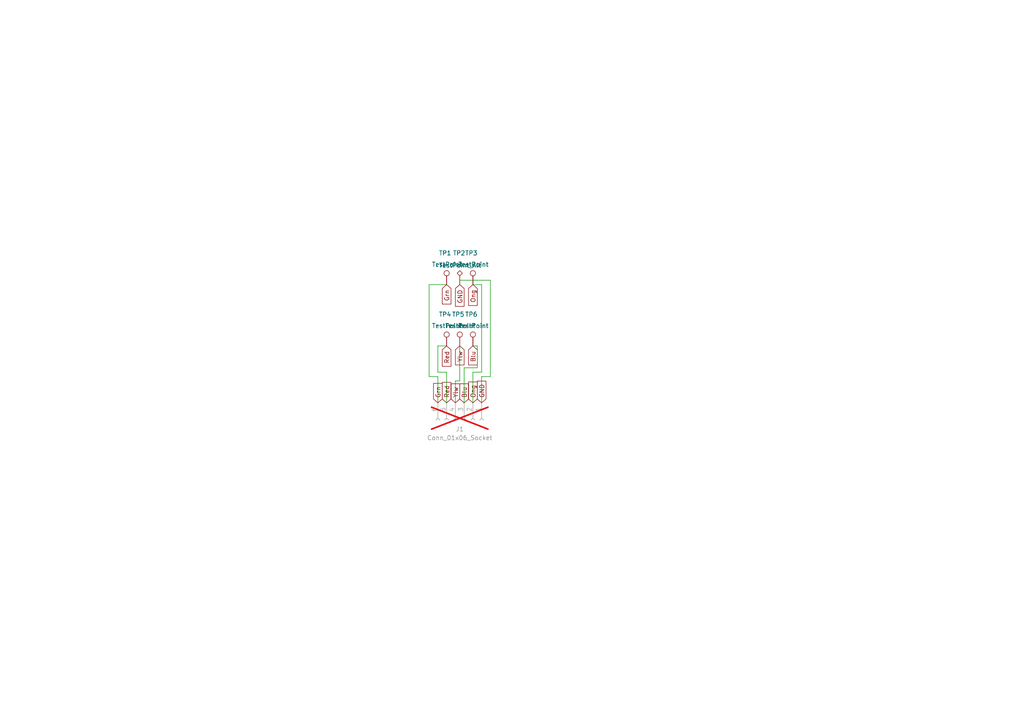
<source format=kicad_sch>
(kicad_sch
	(version 20231120)
	(generator "eeschema")
	(generator_version "8.0")
	(uuid "10916d6f-42d4-43e4-86bb-5b0bcc61a618")
	(paper "A4")
	(lib_symbols
		(symbol "Connector:Conn_01x06_Socket"
			(pin_names
				(offset 1.016) hide)
			(exclude_from_sim no)
			(in_bom yes)
			(on_board yes)
			(property "Reference" "J"
				(at 0 7.62 0)
				(effects
					(font
						(size 1.27 1.27)
					)
				)
			)
			(property "Value" "Conn_01x06_Socket"
				(at 0 -10.16 0)
				(effects
					(font
						(size 1.27 1.27)
					)
				)
			)
			(property "Footprint" ""
				(at 0 0 0)
				(effects
					(font
						(size 1.27 1.27)
					)
					(hide yes)
				)
			)
			(property "Datasheet" "~"
				(at 0 0 0)
				(effects
					(font
						(size 1.27 1.27)
					)
					(hide yes)
				)
			)
			(property "Description" "Generic connector, single row, 01x06, script generated"
				(at 0 0 0)
				(effects
					(font
						(size 1.27 1.27)
					)
					(hide yes)
				)
			)
			(property "ki_locked" ""
				(at 0 0 0)
				(effects
					(font
						(size 1.27 1.27)
					)
				)
			)
			(property "ki_keywords" "connector"
				(at 0 0 0)
				(effects
					(font
						(size 1.27 1.27)
					)
					(hide yes)
				)
			)
			(property "ki_fp_filters" "Connector*:*_1x??_*"
				(at 0 0 0)
				(effects
					(font
						(size 1.27 1.27)
					)
					(hide yes)
				)
			)
			(symbol "Conn_01x06_Socket_1_1"
				(arc
					(start 0 -7.112)
					(mid -0.5058 -7.62)
					(end 0 -8.128)
					(stroke
						(width 0.1524)
						(type default)
					)
					(fill
						(type none)
					)
				)
				(arc
					(start 0 -4.572)
					(mid -0.5058 -5.08)
					(end 0 -5.588)
					(stroke
						(width 0.1524)
						(type default)
					)
					(fill
						(type none)
					)
				)
				(arc
					(start 0 -2.032)
					(mid -0.5058 -2.54)
					(end 0 -3.048)
					(stroke
						(width 0.1524)
						(type default)
					)
					(fill
						(type none)
					)
				)
				(polyline
					(pts
						(xy -1.27 -7.62) (xy -0.508 -7.62)
					)
					(stroke
						(width 0.1524)
						(type default)
					)
					(fill
						(type none)
					)
				)
				(polyline
					(pts
						(xy -1.27 -5.08) (xy -0.508 -5.08)
					)
					(stroke
						(width 0.1524)
						(type default)
					)
					(fill
						(type none)
					)
				)
				(polyline
					(pts
						(xy -1.27 -2.54) (xy -0.508 -2.54)
					)
					(stroke
						(width 0.1524)
						(type default)
					)
					(fill
						(type none)
					)
				)
				(polyline
					(pts
						(xy -1.27 0) (xy -0.508 0)
					)
					(stroke
						(width 0.1524)
						(type default)
					)
					(fill
						(type none)
					)
				)
				(polyline
					(pts
						(xy -1.27 2.54) (xy -0.508 2.54)
					)
					(stroke
						(width 0.1524)
						(type default)
					)
					(fill
						(type none)
					)
				)
				(polyline
					(pts
						(xy -1.27 5.08) (xy -0.508 5.08)
					)
					(stroke
						(width 0.1524)
						(type default)
					)
					(fill
						(type none)
					)
				)
				(arc
					(start 0 0.508)
					(mid -0.5058 0)
					(end 0 -0.508)
					(stroke
						(width 0.1524)
						(type default)
					)
					(fill
						(type none)
					)
				)
				(arc
					(start 0 3.048)
					(mid -0.5058 2.54)
					(end 0 2.032)
					(stroke
						(width 0.1524)
						(type default)
					)
					(fill
						(type none)
					)
				)
				(arc
					(start 0 5.588)
					(mid -0.5058 5.08)
					(end 0 4.572)
					(stroke
						(width 0.1524)
						(type default)
					)
					(fill
						(type none)
					)
				)
				(pin passive line
					(at -5.08 5.08 0)
					(length 3.81)
					(name "Pin_1"
						(effects
							(font
								(size 1.27 1.27)
							)
						)
					)
					(number "1"
						(effects
							(font
								(size 1.27 1.27)
							)
						)
					)
				)
				(pin passive line
					(at -5.08 2.54 0)
					(length 3.81)
					(name "Pin_2"
						(effects
							(font
								(size 1.27 1.27)
							)
						)
					)
					(number "2"
						(effects
							(font
								(size 1.27 1.27)
							)
						)
					)
				)
				(pin passive line
					(at -5.08 0 0)
					(length 3.81)
					(name "Pin_3"
						(effects
							(font
								(size 1.27 1.27)
							)
						)
					)
					(number "3"
						(effects
							(font
								(size 1.27 1.27)
							)
						)
					)
				)
				(pin passive line
					(at -5.08 -2.54 0)
					(length 3.81)
					(name "Pin_4"
						(effects
							(font
								(size 1.27 1.27)
							)
						)
					)
					(number "4"
						(effects
							(font
								(size 1.27 1.27)
							)
						)
					)
				)
				(pin passive line
					(at -5.08 -5.08 0)
					(length 3.81)
					(name "Pin_5"
						(effects
							(font
								(size 1.27 1.27)
							)
						)
					)
					(number "5"
						(effects
							(font
								(size 1.27 1.27)
							)
						)
					)
				)
				(pin passive line
					(at -5.08 -7.62 0)
					(length 3.81)
					(name "Pin_6"
						(effects
							(font
								(size 1.27 1.27)
							)
						)
					)
					(number "6"
						(effects
							(font
								(size 1.27 1.27)
							)
						)
					)
				)
			)
		)
		(symbol "Connector:TestPoint"
			(pin_numbers hide)
			(pin_names
				(offset 0.762) hide)
			(exclude_from_sim no)
			(in_bom yes)
			(on_board yes)
			(property "Reference" "TP"
				(at 0 6.858 0)
				(effects
					(font
						(size 1.27 1.27)
					)
				)
			)
			(property "Value" "TestPoint"
				(at 0 5.08 0)
				(effects
					(font
						(size 1.27 1.27)
					)
				)
			)
			(property "Footprint" ""
				(at 5.08 0 0)
				(effects
					(font
						(size 1.27 1.27)
					)
					(hide yes)
				)
			)
			(property "Datasheet" "~"
				(at 5.08 0 0)
				(effects
					(font
						(size 1.27 1.27)
					)
					(hide yes)
				)
			)
			(property "Description" "test point"
				(at 0 0 0)
				(effects
					(font
						(size 1.27 1.27)
					)
					(hide yes)
				)
			)
			(property "ki_keywords" "test point tp"
				(at 0 0 0)
				(effects
					(font
						(size 1.27 1.27)
					)
					(hide yes)
				)
			)
			(property "ki_fp_filters" "Pin* Test*"
				(at 0 0 0)
				(effects
					(font
						(size 1.27 1.27)
					)
					(hide yes)
				)
			)
			(symbol "TestPoint_0_1"
				(circle
					(center 0 3.302)
					(radius 0.762)
					(stroke
						(width 0)
						(type default)
					)
					(fill
						(type none)
					)
				)
			)
			(symbol "TestPoint_1_1"
				(pin passive line
					(at 0 0 90)
					(length 2.54)
					(name "1"
						(effects
							(font
								(size 1.27 1.27)
							)
						)
					)
					(number "1"
						(effects
							(font
								(size 1.27 1.27)
							)
						)
					)
				)
			)
		)
		(symbol "Connector:TestPoint_Alt"
			(pin_numbers hide)
			(pin_names
				(offset 0.762) hide)
			(exclude_from_sim no)
			(in_bom yes)
			(on_board yes)
			(property "Reference" "TP"
				(at 0 6.858 0)
				(effects
					(font
						(size 1.27 1.27)
					)
				)
			)
			(property "Value" "TestPoint_Alt"
				(at 0 5.08 0)
				(effects
					(font
						(size 1.27 1.27)
					)
				)
			)
			(property "Footprint" ""
				(at 5.08 0 0)
				(effects
					(font
						(size 1.27 1.27)
					)
					(hide yes)
				)
			)
			(property "Datasheet" "~"
				(at 5.08 0 0)
				(effects
					(font
						(size 1.27 1.27)
					)
					(hide yes)
				)
			)
			(property "Description" "test point (alternative shape)"
				(at 0 0 0)
				(effects
					(font
						(size 1.27 1.27)
					)
					(hide yes)
				)
			)
			(property "ki_keywords" "test point tp"
				(at 0 0 0)
				(effects
					(font
						(size 1.27 1.27)
					)
					(hide yes)
				)
			)
			(property "ki_fp_filters" "Pin* Test*"
				(at 0 0 0)
				(effects
					(font
						(size 1.27 1.27)
					)
					(hide yes)
				)
			)
			(symbol "TestPoint_Alt_0_1"
				(polyline
					(pts
						(xy 0 2.54) (xy -0.762 3.302) (xy 0 4.064) (xy 0.762 3.302) (xy 0 2.54)
					)
					(stroke
						(width 0)
						(type default)
					)
					(fill
						(type none)
					)
				)
			)
			(symbol "TestPoint_Alt_1_1"
				(pin passive line
					(at 0 0 90)
					(length 2.54)
					(name "1"
						(effects
							(font
								(size 1.27 1.27)
							)
						)
					)
					(number "1"
						(effects
							(font
								(size 1.27 1.27)
							)
						)
					)
				)
			)
		)
	)
	(wire
		(pts
			(xy 124.46 82.55) (xy 124.46 109.22)
		)
		(stroke
			(width 0)
			(type default)
		)
		(uuid "0274034f-9b6e-408d-ba08-79118f8deca3")
	)
	(wire
		(pts
			(xy 133.35 100.33) (xy 133.35 110.49)
		)
		(stroke
			(width 0)
			(type default)
		)
		(uuid "096a1090-9cde-4e7e-9210-2c7b25f92af5")
	)
	(wire
		(pts
			(xy 137.16 107.95) (xy 139.7 107.95)
		)
		(stroke
			(width 0)
			(type default)
		)
		(uuid "0be75733-ff7a-49a8-b531-ef6486cceacb")
	)
	(wire
		(pts
			(xy 137.16 82.55) (xy 139.7 82.55)
		)
		(stroke
			(width 0)
			(type default)
		)
		(uuid "1be59d60-559f-47b2-a687-acc99165ce4c")
	)
	(wire
		(pts
			(xy 137.16 116.84) (xy 137.16 107.95)
		)
		(stroke
			(width 0)
			(type default)
		)
		(uuid "41f843bf-7324-49ae-9b22-6114da48e715")
	)
	(wire
		(pts
			(xy 124.46 109.22) (xy 127 109.22)
		)
		(stroke
			(width 0)
			(type default)
		)
		(uuid "4428bd22-77dc-4428-a11f-30ea26a0df49")
	)
	(wire
		(pts
			(xy 139.7 109.22) (xy 139.7 116.84)
		)
		(stroke
			(width 0)
			(type default)
		)
		(uuid "45e52b4b-11c9-4596-ba3e-6fc6375b550f")
	)
	(wire
		(pts
			(xy 142.24 109.22) (xy 139.7 109.22)
		)
		(stroke
			(width 0)
			(type default)
		)
		(uuid "4936e368-9e60-4617-acee-c8518f23b26d")
	)
	(wire
		(pts
			(xy 132.08 110.49) (xy 132.08 116.84)
		)
		(stroke
			(width 0)
			(type default)
		)
		(uuid "506cb8b3-c27e-46aa-9ace-d9bed0471003")
	)
	(wire
		(pts
			(xy 139.7 107.95) (xy 139.7 82.55)
		)
		(stroke
			(width 0)
			(type default)
		)
		(uuid "58eb7902-f0e2-42ad-acb0-b4e5f9a4d348")
	)
	(wire
		(pts
			(xy 142.24 81.28) (xy 142.24 109.22)
		)
		(stroke
			(width 0)
			(type default)
		)
		(uuid "6c2a201f-233d-429f-9c94-087068655fc8")
	)
	(wire
		(pts
			(xy 138.43 106.68) (xy 138.43 100.33)
		)
		(stroke
			(width 0)
			(type default)
		)
		(uuid "6cda7586-bcd3-4a3c-a5c6-9ff0517bd3dd")
	)
	(wire
		(pts
			(xy 127 109.22) (xy 127 116.84)
		)
		(stroke
			(width 0)
			(type default)
		)
		(uuid "71385968-eb71-43dc-82f4-7e80b677428f")
	)
	(wire
		(pts
			(xy 133.35 110.49) (xy 132.08 110.49)
		)
		(stroke
			(width 0)
			(type default)
		)
		(uuid "7ece2b0e-dff7-42d0-a933-5c51c78aeb19")
	)
	(wire
		(pts
			(xy 138.43 100.33) (xy 137.16 100.33)
		)
		(stroke
			(width 0)
			(type default)
		)
		(uuid "8933211d-7b9a-4ad3-97e8-59763dbcc55c")
	)
	(wire
		(pts
			(xy 133.35 82.55) (xy 133.35 81.28)
		)
		(stroke
			(width 0)
			(type default)
		)
		(uuid "8a9e90dc-96d9-4089-aec5-a7d1bc3d611e")
	)
	(wire
		(pts
			(xy 129.54 107.95) (xy 129.54 116.84)
		)
		(stroke
			(width 0)
			(type default)
		)
		(uuid "9303df37-6856-4af6-ae1f-ce4009af5ebd")
	)
	(wire
		(pts
			(xy 133.35 81.28) (xy 142.24 81.28)
		)
		(stroke
			(width 0)
			(type default)
		)
		(uuid "98922383-540c-4174-9112-609628c72ab2")
	)
	(wire
		(pts
			(xy 134.62 106.68) (xy 138.43 106.68)
		)
		(stroke
			(width 0)
			(type default)
		)
		(uuid "ac50f9eb-2e4a-4260-87f8-b88ab7c9f682")
	)
	(wire
		(pts
			(xy 127 107.95) (xy 129.54 107.95)
		)
		(stroke
			(width 0)
			(type default)
		)
		(uuid "aea3d0b6-0101-4008-9a3b-9805de3cc6ba")
	)
	(wire
		(pts
			(xy 129.54 100.33) (xy 127 100.33)
		)
		(stroke
			(width 0)
			(type default)
		)
		(uuid "b0f9a54e-199b-46dd-ab1a-489aaf9771d5")
	)
	(wire
		(pts
			(xy 127 100.33) (xy 127 107.95)
		)
		(stroke
			(width 0)
			(type default)
		)
		(uuid "cce16e78-3922-4ee5-b5c7-346c7f948d09")
	)
	(wire
		(pts
			(xy 129.54 82.55) (xy 124.46 82.55)
		)
		(stroke
			(width 0)
			(type default)
		)
		(uuid "cf7206d0-321d-4fc0-a80f-1099236fde6d")
	)
	(wire
		(pts
			(xy 134.62 116.84) (xy 134.62 106.68)
		)
		(stroke
			(width 0)
			(type default)
		)
		(uuid "e5978c97-5031-4d99-8541-c9a71a282bf3")
	)
	(global_label "Blu"
		(shape input)
		(at 134.62 116.84 90)
		(fields_autoplaced yes)
		(effects
			(font
				(size 1.27 1.27)
			)
			(justify left)
		)
		(uuid "3dec58c2-246a-4fc3-bade-be2e2dae9531")
		(property "Intersheetrefs" "${INTERSHEET_REFS}"
			(at 134.62 110.7706 90)
			(effects
				(font
					(size 1.27 1.27)
				)
				(justify left)
				(hide yes)
			)
		)
	)
	(global_label "Ylw"
		(shape input)
		(at 132.08 116.84 90)
		(fields_autoplaced yes)
		(effects
			(font
				(size 1.27 1.27)
			)
			(justify left)
		)
		(uuid "431626f5-b439-4d1b-868b-454f4157da62")
		(property "Intersheetrefs" "${INTERSHEET_REFS}"
			(at 132.08 110.7705 90)
			(effects
				(font
					(size 1.27 1.27)
				)
				(justify left)
				(hide yes)
			)
		)
	)
	(global_label "Ong"
		(shape input)
		(at 137.16 116.84 90)
		(fields_autoplaced yes)
		(effects
			(font
				(size 1.27 1.27)
			)
			(justify left)
		)
		(uuid "a43db758-5948-4041-be49-e078276d1e2f")
		(property "Intersheetrefs" "${INTERSHEET_REFS}"
			(at 137.16 110.2263 90)
			(effects
				(font
					(size 1.27 1.27)
				)
				(justify left)
				(hide yes)
			)
		)
	)
	(global_label "GND"
		(shape input)
		(at 139.7 116.84 90)
		(fields_autoplaced yes)
		(effects
			(font
				(size 1.27 1.27)
			)
			(justify left)
		)
		(uuid "b5fea0ae-332e-4303-a007-866710343011")
		(property "Intersheetrefs" "${INTERSHEET_REFS}"
			(at 139.7 109.9843 90)
			(effects
				(font
					(size 1.27 1.27)
				)
				(justify left)
				(hide yes)
			)
		)
	)
	(global_label "Ong"
		(shape input)
		(at 137.16 82.55 270)
		(fields_autoplaced yes)
		(effects
			(font
				(size 1.27 1.27)
			)
			(justify right)
		)
		(uuid "b7b2badc-deab-4f1e-9d01-aee6b481ab08")
		(property "Intersheetrefs" "${INTERSHEET_REFS}"
			(at 137.16 89.1637 90)
			(effects
				(font
					(size 1.27 1.27)
				)
				(justify right)
				(hide yes)
			)
		)
	)
	(global_label "Red"
		(shape input)
		(at 129.54 100.33 270)
		(fields_autoplaced yes)
		(effects
			(font
				(size 1.27 1.27)
			)
			(justify right)
		)
		(uuid "b82985e4-47ac-41fb-9412-a91a7d5132ec")
		(property "Intersheetrefs" "${INTERSHEET_REFS}"
			(at 129.54 106.8228 90)
			(effects
				(font
					(size 1.27 1.27)
				)
				(justify right)
				(hide yes)
			)
		)
	)
	(global_label "Red"
		(shape input)
		(at 129.54 116.84 90)
		(fields_autoplaced yes)
		(effects
			(font
				(size 1.27 1.27)
			)
			(justify left)
		)
		(uuid "be45af8d-67f3-40a0-a148-ae4a8c50087d")
		(property "Intersheetrefs" "${INTERSHEET_REFS}"
			(at 129.54 110.3472 90)
			(effects
				(font
					(size 1.27 1.27)
				)
				(justify left)
				(hide yes)
			)
		)
	)
	(global_label "Grn"
		(shape input)
		(at 127 116.84 90)
		(fields_autoplaced yes)
		(effects
			(font
				(size 1.27 1.27)
			)
			(justify left)
		)
		(uuid "df60784d-b315-4410-b9f5-74d8a0937cc8")
		(property "Intersheetrefs" "${INTERSHEET_REFS}"
			(at 127 110.6496 90)
			(effects
				(font
					(size 1.27 1.27)
				)
				(justify left)
				(hide yes)
			)
		)
	)
	(global_label "Blu"
		(shape input)
		(at 137.16 100.33 270)
		(fields_autoplaced yes)
		(effects
			(font
				(size 1.27 1.27)
			)
			(justify right)
		)
		(uuid "eb1c5cb8-9c5e-49c0-9cd0-967d2d00bcaf")
		(property "Intersheetrefs" "${INTERSHEET_REFS}"
			(at 137.16 106.3994 90)
			(effects
				(font
					(size 1.27 1.27)
				)
				(justify right)
				(hide yes)
			)
		)
	)
	(global_label "GND"
		(shape input)
		(at 133.35 82.55 270)
		(fields_autoplaced yes)
		(effects
			(font
				(size 1.27 1.27)
			)
			(justify right)
		)
		(uuid "ee6dc249-7477-4b0d-ace0-d8ac78b402f3")
		(property "Intersheetrefs" "${INTERSHEET_REFS}"
			(at 133.35 89.4057 90)
			(effects
				(font
					(size 1.27 1.27)
				)
				(justify right)
				(hide yes)
			)
		)
	)
	(global_label "Ylw"
		(shape input)
		(at 133.35 100.33 270)
		(fields_autoplaced yes)
		(effects
			(font
				(size 1.27 1.27)
			)
			(justify right)
		)
		(uuid "f1fcfb37-bcb2-4c3c-9ae4-f27305a9aab2")
		(property "Intersheetrefs" "${INTERSHEET_REFS}"
			(at 133.35 106.3995 90)
			(effects
				(font
					(size 1.27 1.27)
				)
				(justify right)
				(hide yes)
			)
		)
	)
	(global_label "Grn"
		(shape input)
		(at 129.54 82.55 270)
		(fields_autoplaced yes)
		(effects
			(font
				(size 1.27 1.27)
			)
			(justify right)
		)
		(uuid "fc79ead5-d0e7-44a4-8843-4bbcde6d9969")
		(property "Intersheetrefs" "${INTERSHEET_REFS}"
			(at 129.54 88.7404 90)
			(effects
				(font
					(size 1.27 1.27)
				)
				(justify right)
				(hide yes)
			)
		)
	)
	(symbol
		(lib_id "Connector:TestPoint_Alt")
		(at 133.35 82.55 0)
		(unit 1)
		(exclude_from_sim no)
		(in_bom yes)
		(on_board yes)
		(dnp no)
		(uuid "48caa2c7-f00f-465d-87fb-3d7598208915")
		(property "Reference" "TP2"
			(at 131.318 73.406 0)
			(effects
				(font
					(size 1.27 1.27)
				)
				(justify left)
			)
		)
		(property "Value" "TestPoint_Alt"
			(at 127.254 76.962 0)
			(effects
				(font
					(size 1.27 1.27)
				)
				(justify left)
			)
		)
		(property "Footprint" "CustomFootprints:TestPoint_Pad_D2.75mm"
			(at 138.43 82.55 0)
			(effects
				(font
					(size 1.27 1.27)
				)
				(hide yes)
			)
		)
		(property "Datasheet" "~"
			(at 138.43 82.55 0)
			(effects
				(font
					(size 1.27 1.27)
				)
				(hide yes)
			)
		)
		(property "Description" "test point (alternative shape)"
			(at 133.35 82.55 0)
			(effects
				(font
					(size 1.27 1.27)
				)
				(hide yes)
			)
		)
		(pin "1"
			(uuid "097762e0-89ce-47d9-9b3c-b477d63aeef0")
		)
		(instances
			(project ""
				(path "/10916d6f-42d4-43e4-86bb-5b0bcc61a618"
					(reference "TP2")
					(unit 1)
				)
			)
		)
	)
	(symbol
		(lib_id "Connector:TestPoint")
		(at 137.16 82.55 0)
		(unit 1)
		(exclude_from_sim no)
		(in_bom yes)
		(on_board yes)
		(dnp no)
		(uuid "52a4a92e-9bb4-4390-8e30-00eb705d8011")
		(property "Reference" "TP3"
			(at 134.874 73.406 0)
			(effects
				(font
					(size 1.27 1.27)
				)
				(justify left)
			)
		)
		(property "Value" "TestPoint"
			(at 132.842 76.708 0)
			(effects
				(font
					(size 1.27 1.27)
				)
				(justify left)
			)
		)
		(property "Footprint" "CustomFootprints:TestPoint_Pad_D2.75mm"
			(at 142.24 82.55 0)
			(effects
				(font
					(size 1.27 1.27)
				)
				(hide yes)
			)
		)
		(property "Datasheet" "~"
			(at 142.24 82.55 0)
			(effects
				(font
					(size 1.27 1.27)
				)
				(hide yes)
			)
		)
		(property "Description" "test point"
			(at 137.16 82.55 0)
			(effects
				(font
					(size 1.27 1.27)
				)
				(hide yes)
			)
		)
		(pin "1"
			(uuid "c2005174-d760-4e06-a254-77d5bf93a815")
		)
		(instances
			(project "InterfaceBoard"
				(path "/10916d6f-42d4-43e4-86bb-5b0bcc61a618"
					(reference "TP3")
					(unit 1)
				)
			)
		)
	)
	(symbol
		(lib_id "Connector:TestPoint")
		(at 137.16 100.33 0)
		(unit 1)
		(exclude_from_sim no)
		(in_bom yes)
		(on_board yes)
		(dnp no)
		(uuid "6f51b091-d956-4632-84a5-6f0064ee7ec4")
		(property "Reference" "TP6"
			(at 134.874 91.186 0)
			(effects
				(font
					(size 1.27 1.27)
				)
				(justify left)
			)
		)
		(property "Value" "TestPoint"
			(at 132.842 94.488 0)
			(effects
				(font
					(size 1.27 1.27)
				)
				(justify left)
			)
		)
		(property "Footprint" "CustomFootprints:TestPoint_Pad_D2.75mm"
			(at 142.24 100.33 0)
			(effects
				(font
					(size 1.27 1.27)
				)
				(hide yes)
			)
		)
		(property "Datasheet" "~"
			(at 142.24 100.33 0)
			(effects
				(font
					(size 1.27 1.27)
				)
				(hide yes)
			)
		)
		(property "Description" "test point"
			(at 137.16 100.33 0)
			(effects
				(font
					(size 1.27 1.27)
				)
				(hide yes)
			)
		)
		(pin "1"
			(uuid "d0398838-37ce-4000-8022-992395dd5ffa")
		)
		(instances
			(project "InterfaceBoard"
				(path "/10916d6f-42d4-43e4-86bb-5b0bcc61a618"
					(reference "TP6")
					(unit 1)
				)
			)
		)
	)
	(symbol
		(lib_id "Connector:Conn_01x06_Socket")
		(at 134.62 121.92 270)
		(unit 1)
		(exclude_from_sim no)
		(in_bom yes)
		(on_board yes)
		(dnp yes)
		(fields_autoplaced yes)
		(uuid "8d615f64-2c66-402c-a88b-a1627ba20aab")
		(property "Reference" "J1"
			(at 133.35 124.46 90)
			(effects
				(font
					(size 1.27 1.27)
				)
			)
		)
		(property "Value" "Conn_01x06_Socket"
			(at 133.35 127 90)
			(effects
				(font
					(size 1.27 1.27)
				)
			)
		)
		(property "Footprint" "Connector_PinSocket_2.54mm:PinSocket_1x06_P2.54mm_Vertical"
			(at 134.62 121.92 0)
			(effects
				(font
					(size 1.27 1.27)
				)
				(hide yes)
			)
		)
		(property "Datasheet" "~"
			(at 134.62 121.92 0)
			(effects
				(font
					(size 1.27 1.27)
				)
				(hide yes)
			)
		)
		(property "Description" "Generic connector, single row, 01x06, script generated"
			(at 134.62 121.92 0)
			(effects
				(font
					(size 1.27 1.27)
				)
				(hide yes)
			)
		)
		(pin "6"
			(uuid "2ea94fde-1f14-4483-a15a-a165a9a38909")
		)
		(pin "1"
			(uuid "9e0d0ed4-678d-4058-8c75-c45f1cfb240d")
		)
		(pin "5"
			(uuid "33710498-dc22-4347-a345-fc3ee434511c")
		)
		(pin "2"
			(uuid "384431ff-f4b2-4f62-bb68-a1f75be6b789")
		)
		(pin "3"
			(uuid "dec55e67-0dc4-41eb-a07e-3d6067754ba0")
		)
		(pin "4"
			(uuid "0cfca7fb-36d6-4736-ac15-63a8f5f56bb1")
		)
		(instances
			(project ""
				(path "/10916d6f-42d4-43e4-86bb-5b0bcc61a618"
					(reference "J1")
					(unit 1)
				)
			)
		)
	)
	(symbol
		(lib_id "Connector:TestPoint")
		(at 129.54 82.55 0)
		(unit 1)
		(exclude_from_sim no)
		(in_bom yes)
		(on_board yes)
		(dnp no)
		(uuid "9a9f24a5-58c8-4a8c-95a0-93d57d2e3f9a")
		(property "Reference" "TP1"
			(at 127.254 73.406 0)
			(effects
				(font
					(size 1.27 1.27)
				)
				(justify left)
			)
		)
		(property "Value" "TestPoint"
			(at 125.222 76.708 0)
			(effects
				(font
					(size 1.27 1.27)
				)
				(justify left)
			)
		)
		(property "Footprint" "CustomFootprints:TestPoint_Pad_D2.75mm"
			(at 134.62 82.55 0)
			(effects
				(font
					(size 1.27 1.27)
				)
				(hide yes)
			)
		)
		(property "Datasheet" "~"
			(at 134.62 82.55 0)
			(effects
				(font
					(size 1.27 1.27)
				)
				(hide yes)
			)
		)
		(property "Description" "test point"
			(at 129.54 82.55 0)
			(effects
				(font
					(size 1.27 1.27)
				)
				(hide yes)
			)
		)
		(pin "1"
			(uuid "f8f7982a-2927-44b5-93b6-0163ef9fe1b1")
		)
		(instances
			(project ""
				(path "/10916d6f-42d4-43e4-86bb-5b0bcc61a618"
					(reference "TP1")
					(unit 1)
				)
			)
		)
	)
	(symbol
		(lib_id "Connector:TestPoint")
		(at 129.54 100.33 0)
		(unit 1)
		(exclude_from_sim no)
		(in_bom yes)
		(on_board yes)
		(dnp no)
		(uuid "e840e8af-0051-441c-9dd9-acf3dd0f09e7")
		(property "Reference" "TP4"
			(at 127.254 91.186 0)
			(effects
				(font
					(size 1.27 1.27)
				)
				(justify left)
			)
		)
		(property "Value" "TestPoint"
			(at 125.222 94.488 0)
			(effects
				(font
					(size 1.27 1.27)
				)
				(justify left)
			)
		)
		(property "Footprint" "CustomFootprints:TestPoint_Pad_D2.75mm"
			(at 134.62 100.33 0)
			(effects
				(font
					(size 1.27 1.27)
				)
				(hide yes)
			)
		)
		(property "Datasheet" "~"
			(at 134.62 100.33 0)
			(effects
				(font
					(size 1.27 1.27)
				)
				(hide yes)
			)
		)
		(property "Description" "test point"
			(at 129.54 100.33 0)
			(effects
				(font
					(size 1.27 1.27)
				)
				(hide yes)
			)
		)
		(pin "1"
			(uuid "9c05fe16-70f7-4634-8c11-e347c4522b31")
		)
		(instances
			(project "InterfaceBoard"
				(path "/10916d6f-42d4-43e4-86bb-5b0bcc61a618"
					(reference "TP4")
					(unit 1)
				)
			)
		)
	)
	(symbol
		(lib_id "Connector:TestPoint")
		(at 133.35 100.33 0)
		(unit 1)
		(exclude_from_sim no)
		(in_bom yes)
		(on_board yes)
		(dnp no)
		(uuid "f8daadf4-91a5-41f2-aa30-eca9cebb1d30")
		(property "Reference" "TP5"
			(at 131.064 91.186 0)
			(effects
				(font
					(size 1.27 1.27)
				)
				(justify left)
			)
		)
		(property "Value" "TestPoint"
			(at 129.032 94.488 0)
			(effects
				(font
					(size 1.27 1.27)
				)
				(justify left)
			)
		)
		(property "Footprint" "CustomFootprints:TestPoint_Pad_D2.75mm"
			(at 138.43 100.33 0)
			(effects
				(font
					(size 1.27 1.27)
				)
				(hide yes)
			)
		)
		(property "Datasheet" "~"
			(at 138.43 100.33 0)
			(effects
				(font
					(size 1.27 1.27)
				)
				(hide yes)
			)
		)
		(property "Description" "test point"
			(at 133.35 100.33 0)
			(effects
				(font
					(size 1.27 1.27)
				)
				(hide yes)
			)
		)
		(pin "1"
			(uuid "4b7b5cc9-4d3a-4472-b32b-13ee88ee380b")
		)
		(instances
			(project "InterfaceBoard"
				(path "/10916d6f-42d4-43e4-86bb-5b0bcc61a618"
					(reference "TP5")
					(unit 1)
				)
			)
		)
	)
	(sheet_instances
		(path "/"
			(page "1")
		)
	)
)

</source>
